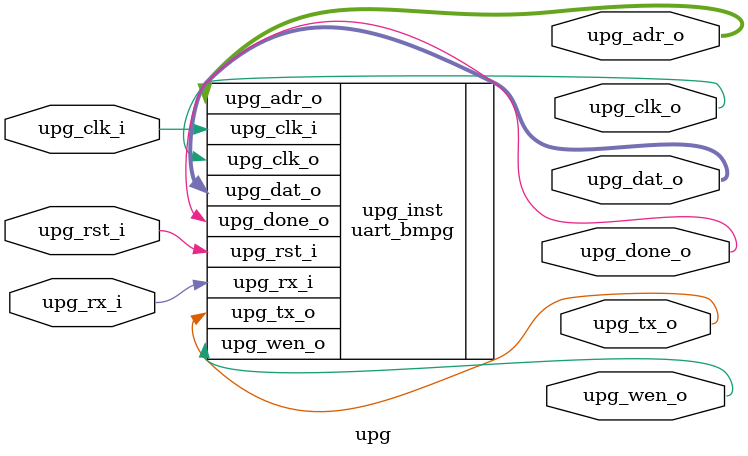
<source format=v>
`timescale 1ns / 1ps


module upg(
	input			upg_clk_i,		// 10MHz
	input			upg_rst_i,		// High active
	// blkram signals
	output			upg_clk_o,
	output			upg_wen_o,
	output [14:0]	upg_adr_o,
	output [31:0]	upg_dat_o,
	output			upg_done_o,
	// UART Pinouts
	input			upg_rx_i,
	output			upg_tx_o
);

	uart_bmpg upg_inst (
		.upg_clk_i		(upg_clk_i),	// 10MHz
		.upg_rst_i		(upg_rst_i),	// High active
		// blkram signals
		.upg_clk_o		(upg_clk_o),
		.upg_wen_o		(upg_wen_o),
		.upg_adr_o		(upg_adr_o),
		.upg_dat_o		(upg_dat_o),
		.upg_done_o		(upg_done_o),
		// UART Pinouts
		.upg_rx_i		(upg_rx_i),
		.upg_tx_o		(upg_tx_o)
	);

endmodule

</source>
